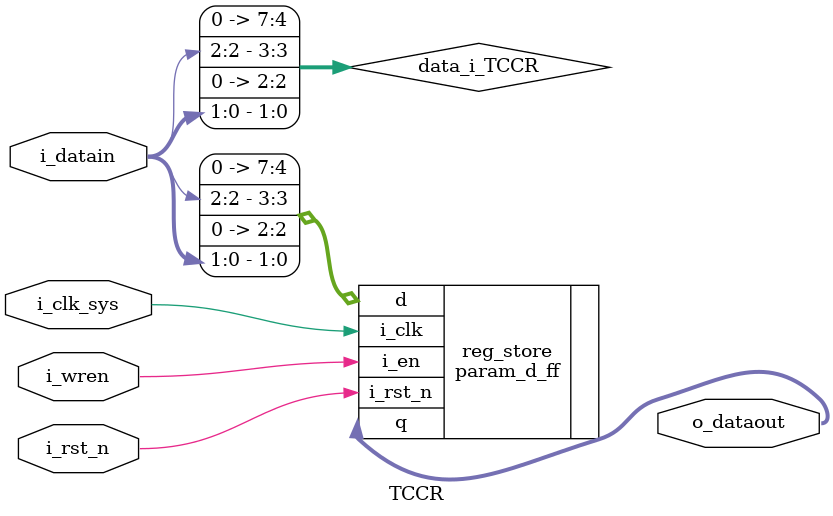
<source format=sv>
module TCCR (
  input  logic        i_clk_sys ,  // clock system
  input  logic        i_rst_n   ,  // negedge rst
  input  logic        i_wren    ,
  input  logic [2:0]  i_datain  ,
  output logic [7:0]  o_dataout       
);

  logic [7:0] data_i_TCCR;
  assign data_i_TCCR = {{4{1'b0}}, i_datain[2], 1'b0, i_datain[1:0]};

  param_d_ff #(
    .DATA_WIDTH(8),
    .SET_VALUE('0)
  ) reg_store (
    .i_clk   (i_clk_sys   ),
    .i_rst_n (i_rst_n     ),
    .i_en    (i_wren      ),
    .d       (data_i_TCCR ),
    .q       (o_dataout   )
  );

endmodule: TCCR

</source>
